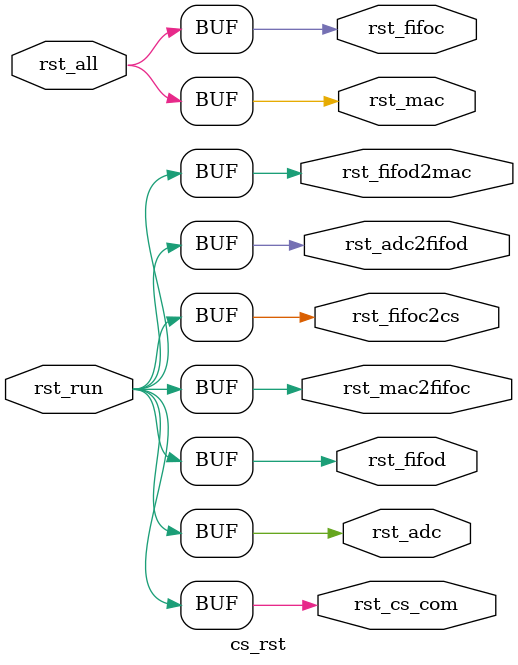
<source format=v>
module cs_rst(
    input rst_all, 
    input rst_run,

    output rst_cs_com,
    output rst_mac, 
    output rst_adc,
    output rst_fifoc,
    output rst_fifod,
    output rst_mac2fifoc,
    output rst_fifoc2cs,
    output rst_adc2fifod,
    output rst_fifod2mac
);

    assign rst_cs_com = rst_run;
    assign rst_mac = rst_all;
    assign rst_adc = rst_run;
    assign rst_fifoc = rst_all;
    assign rst_fifod = rst_run;
    assign rst_mac2fifoc = rst_run;
    assign rst_fifoc2cs = rst_run;
    assign rst_adc2fifod = rst_run;
    assign rst_fifod2mac = rst_run;


endmodule
</source>
